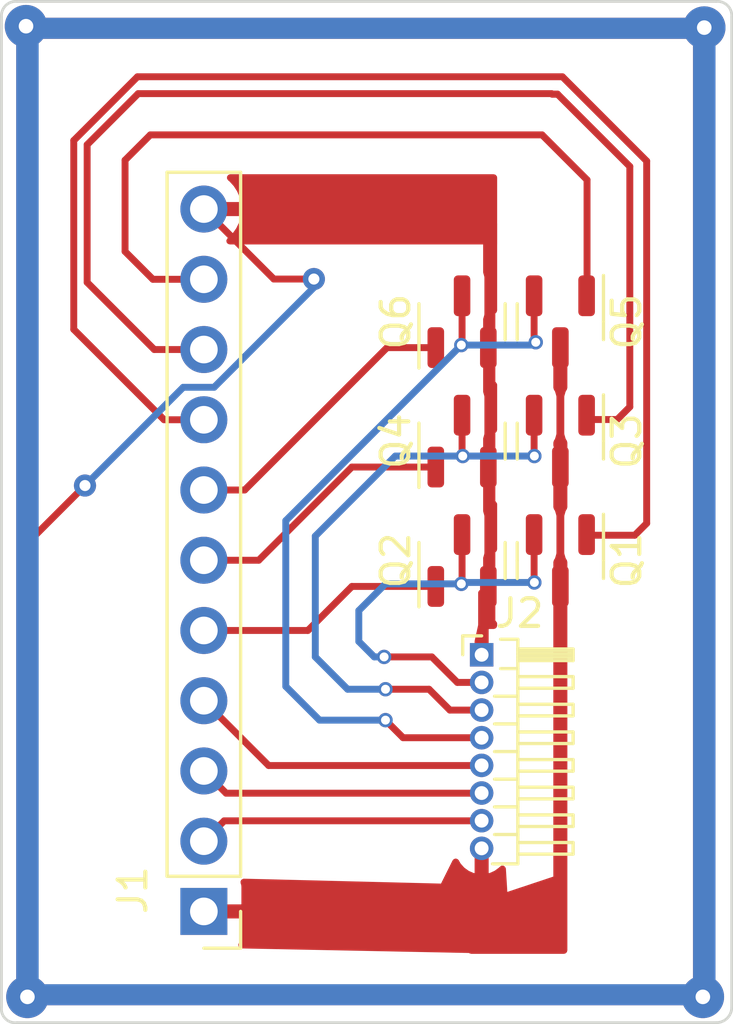
<source format=kicad_pcb>
(kicad_pcb (version 20211014) (generator pcbnew)
  (layers (0 "F.Cu" signal) (31 "B.Cu" signal) (34 "B.Paste" user) (35 "F.Paste" user) (36 "B.SilkS" user "B.Silkscreen") (37 "F.SilkS" user "F.Silkscreen") (38 "B.Mask" user) (39 "F.Mask" user) (44 "Edge.Cuts" user))
  (net 0 "")
  (net 1 "VDD_Ctrl")
  (net 2 "UHS")
  (net 3 "ULS")
  (net 4 "VHS")
  (net 5 "VLS")
  (net 6 "WHS")
  (net 7 "WLS")
  (net 8 "U")
  (net 9 "V")
  (net 10 "W")
  (net 11 "GND")
  (net 12 "HU")
  (net 13 "HV")
  (net 14 "HW")
  (footprint "Connector_PinHeader_1.00mm:PinHeader_1x08_P1.00mm_Horizontal" (layer "F.Cu") (at 144.701699 110.869603)
    (fp_text reference "J2" (at 1.375 -1.5) (layer "F.SilkS"))
    (fp_text value "Conn_01x08")
    (fp_line (start 3.31 4.79) (end 3.31 5.21) (layer "F.SilkS") (width 0.12))
    (fp_line (start 1.31 6.79) (end 3.31 6.79) (layer "F.SilkS") (width 0.12))
    (fp_line (start 3.31 2.79) (end 3.31 3.21) (layer "F.SilkS") (width 0.12))
    (fp_line (start 3.31 5.79) (end 3.31 6.21) (layer "F.SilkS") (width 0.12))
    (fp_line (start 3.31 4.21) (end 1.31 4.21) (layer "F.SilkS") (width 0.12))
    (fp_line (start 1.31 0.09) (end 3.31 0.09) (layer "F.SilkS") (width 0.12))
    (fp_line (start 1.31 1.79) (end 3.31 1.79) (layer "F.SilkS") (width 0.12))
    (fp_line (start 1.31 4.79) (end 3.31 4.79) (layer "F.SilkS") (width 0.12))
    (fp_line (start 0.685 -0.56) (end 1.31 -0.56) (layer "F.SilkS") (width 0.12))
    (fp_line (start 1.31 7.56) (end 0.394493 7.56) (layer "F.SilkS") (width 0.12))
    (fp_line (start 1.31 -0.15) (end 3.31 -0.15) (layer "F.SilkS") (width 0.12))
    (fp_line (start 0.468215 3.5) (end 1.31 3.5) (layer "F.SilkS") (width 0.12))
    (fp_line (start 0.685 0.5) (end 1.31 0.5) (layer "F.SilkS") (width 0.12))
    (fp_line (start 3.31 1.21) (end 1.31 1.21) (layer "F.SilkS") (width 0.12))
    (fp_line (start 0.468215 2.5) (end 1.31 2.5) (layer "F.SilkS") (width 0.12))
    (fp_line (start 3.31 0.21) (end 1.31 0.21) (layer "F.SilkS") (width 0.12))
    (fp_line (start 3.31 6.79) (end 3.31 7.21) (layer "F.SilkS") (width 0.12))
    (fp_line (start 1.31 3.79) (end 3.31 3.79) (layer "F.SilkS") (width 0.12))
    (fp_line (start 1.31 -0.03) (end 3.31 -0.03) (layer "F.SilkS") (width 0.12))
    (fp_line (start 3.31 1.79) (end 3.31 2.21) (layer "F.SilkS") (width 0.12))
    (fp_line (start 1.31 -0.21) (end 3.31 -0.21) (layer "F.SilkS") (width 0.12))
    (fp_line (start -0.685 0) (end -0.685 -0.685) (layer "F.SilkS") (width 0.12))
    (fp_line (start 3.31 6.21) (end 1.31 6.21) (layer "F.SilkS") (width 0.12))
    (fp_line (start -0.685 -0.685) (end 0 -0.685) (layer "F.SilkS") (width 0.12))
    (fp_line (start 3.31 3.21) (end 1.31 3.21) (layer "F.SilkS") (width 0.12))
    (fp_line (start 3.31 2.21) (end 1.31 2.21) (layer "F.SilkS") (width 0.12))
    (fp_line (start 0.468215 4.5) (end 1.31 4.5) (layer "F.SilkS") (width 0.12))
    (fp_line (start 3.31 7.21) (end 1.31 7.21) (layer "F.SilkS") (width 0.12))
    (fp_line (start 1.31 2.79) (end 3.31 2.79) (layer "F.SilkS") (width 0.12))
    (fp_line (start 3.31 0.79) (end 3.31 1.21) (layer "F.SilkS") (width 0.12))
    (fp_line (start 0.468215 1.5) (end 1.31 1.5) (layer "F.SilkS") (width 0.12))
    (fp_line (start 3.31 5.21) (end 1.31 5.21) (layer "F.SilkS") (width 0.12))
    (fp_line (start 1.31 -0.56) (end 1.31 7.56) (layer "F.SilkS") (width 0.12))
    (fp_line (start 1.31 0.79) (end 3.31 0.79) (layer "F.SilkS") (width 0.12))
    (fp_line (start 3.31 -0.21) (end 3.31 0.21) (layer "F.SilkS") (width 0.12))
    (fp_line (start 3.31 3.79) (end 3.31 4.21) (layer "F.SilkS") (width 0.12))
    (fp_line (start 0.468215 5.5) (end 1.31 5.5) (layer "F.SilkS") (width 0.12))
    (fp_line (start 0.468215 6.5) (end 1.31 6.5) (layer "F.SilkS") (width 0.12))
    (fp_line (start 1.31 5.79) (end 3.31 5.79) (layer "F.SilkS") (width 0.12))
    (pad "1" thru_hole rect (at 0 0) (size 0.85 0.85) (drill 0.5) (layers *.Cu *.Mask) (net 11 "GND"))
    (pad "2" thru_hole oval (at 0 1) (size 0.85 0.85) (drill 0.5) (layers *.Cu *.Mask) (net 8 "U"))
    (pad "3" thru_hole oval (at -0.000004 2.000003) (size 0.85 0.85) (drill 0.5) (layers *.Cu *.Mask) (net 9 "V"))
    (pad "4" thru_hole oval (at 0 3) (size 0.85 0.85) (drill 0.5) (layers *.Cu *.Mask) (net 10 "W"))
    (pad "5" thru_hole oval (at 0 4) (size 0.85 0.85) (drill 0.5) (layers *.Cu *.Mask) (net 14 "HW"))
    (pad "6" thru_hole oval (at 0 5) (size 0.85 0.85) (drill 0.5) (layers *.Cu *.Mask) (net 13 "HV"))
    (pad "7" thru_hole oval (at 0 6) (size 0.85 0.85) (drill 0.5) (layers *.Cu *.Mask) (net 12 "HU"))
    (pad "8" thru_hole oval (at 0 7) (size 0.85 0.85) (drill 0.5) (layers *.Cu *.Mask) (net 1 "VDD_Ctrl"))
  )
  (footprint "Package_TO_SOT_SMD:SOT-23" (layer "F.Cu") (at 143.993899 103.142803 90)
    (fp_text reference "Q4" (at 0 -2.4 90) (layer "F.SilkS"))
    (fp_text value "MMBF170")
    (fp_line (start 0 -1.56) (end 0.65 -1.56) (layer "F.SilkS") (width 0.12))
    (fp_line (start 0 1.56) (end -0.65 1.56) (layer "F.SilkS") (width 0.12))
    (fp_line (start 0 1.56) (end 0.65 1.56) (layer "F.SilkS") (width 0.12))
    (fp_line (start 0 -1.56) (end -1.675 -1.56) (layer "F.SilkS") (width 0.12))
    (pad "1" smd roundrect (at -0.9375 -0.95 90) (size 1.475 0.6) (layers "F.Cu" "F.Paste" "F.Mask") (net 5 "VLS"))
    (pad "2" smd roundrect (at -0.9375 0.95 90) (size 1.475 0.6) (layers "F.Cu" "F.Paste" "F.Mask") (net 11 "GND"))
    (pad "3" smd roundrect (at 0.9375 0 90) (size 1.475 0.6) (layers "F.Cu" "F.Paste" "F.Mask") (net 9 "V"))
  )
  (footprint "Connector_PinHeader_2.54mm:PinHeader_1x11_P2.54mm_Vertical" (layer "F.Cu") (at 134.652899 120.150803 180)
    (fp_text reference "J1" (at 2.572899 0.770803 270) (layer "F.SilkS"))
    (fp_text value "Conn_01x11")
    (fp_line (start -1.33 0) (end -1.33 -1.33) (layer "F.SilkS") (width 0.12))
    (fp_line (start 1.33 1.27) (end 1.33 26.73) (layer "F.SilkS") (width 0.12))
    (fp_line (start -1.33 1.27) (end 1.33 1.27) (layer "F.SilkS") (width 0.12))
    (fp_line (start -1.33 1.27) (end -1.33 26.73) (layer "F.SilkS") (width 0.12))
    (fp_line (start -1.33 26.73) (end 1.33 26.73) (layer "F.SilkS") (width 0.12))
    (fp_line (start -1.33 -1.33) (end 0 -1.33) (layer "F.SilkS") (width 0.12))
    (pad "1" thru_hole rect (at 0 0 180) (size 1.7 1.7) (drill 1) (layers *.Cu *.Mask) (net 1 "VDD_Ctrl"))
    (pad "2" thru_hole oval (at 0 2.54 180) (size 1.7 1.7) (drill 1) (layers *.Cu *.Mask) (net 12 "HU"))
    (pad "3" thru_hole oval (at 0 5.08 180) (size 1.7 1.7) (drill 1) (layers *.Cu *.Mask) (net 13 "HV"))
    (pad "4" thru_hole oval (at 0 7.62 180) (size 1.7 1.7) (drill 1) (layers *.Cu *.Mask) (net 14 "HW"))
    (pad "5" thru_hole oval (at 0 10.16 180) (size 1.7 1.7) (drill 1) (layers *.Cu *.Mask) (net 3 "ULS"))
    (pad "6" thru_hole oval (at 0 12.7 180) (size 1.7 1.7) (drill 1) (layers *.Cu *.Mask) (net 5 "VLS"))
    (pad "7" thru_hole oval (at 0 15.24 180) (size 1.7 1.7) (drill 1) (layers *.Cu *.Mask) (net 7 "WLS"))
    (pad "8" thru_hole oval (at 0 17.78 180) (size 1.7 1.7) (drill 1) (layers *.Cu *.Mask) (net 2 "UHS"))
    (pad "9" thru_hole oval (at 0 20.32 180) (size 1.7 1.7) (drill 1) (layers *.Cu *.Mask) (net 4 "VHS"))
    (pad "10" thru_hole oval (at 0 22.86 180) (size 1.7 1.7) (drill 1) (layers *.Cu *.Mask) (net 6 "WHS"))
    (pad "11" thru_hole oval (at 0 25.4 180) (size 1.7 1.7) (drill 1) (layers *.Cu *.Mask) (net 11 "GND"))
  )
  (footprint "Package_TO_SOT_SMD:SOT-23" (layer "F.Cu") (at 143.993899 107.460803 90)
    (fp_text reference "Q2" (at 0 -2.4 90) (layer "F.SilkS"))
    (fp_text value "MMBF170")
    (fp_line (start 0 -1.56) (end -1.675 -1.56) (layer "F.SilkS") (width 0.12))
    (fp_line (start 0 1.56) (end -0.65 1.56) (layer "F.SilkS") (width 0.12))
    (fp_line (start 0 1.56) (end 0.65 1.56) (layer "F.SilkS") (width 0.12))
    (fp_line (start 0 -1.56) (end 0.65 -1.56) (layer "F.SilkS") (width 0.12))
    (pad "1" smd roundrect (at -0.9375 -0.95 90) (size 1.475 0.6) (layers "F.Cu" "F.Paste" "F.Mask") (net 3 "ULS"))
    (pad "2" smd roundrect (at -0.9375 0.95 90) (size 1.475 0.6) (layers "F.Cu" "F.Paste" "F.Mask") (net 11 "GND"))
    (pad "3" smd roundrect (at 0.9375 0 90) (size 1.475 0.6) (layers "F.Cu" "F.Paste" "F.Mask") (net 8 "U"))
  )
  (footprint "Package_TO_SOT_SMD:SOT-23" (layer "F.Cu") (at 147.549899 103.142803 -90)
    (fp_text reference "Q3" (at 0 -2.4 90) (layer "F.SilkS"))
    (fp_text value "MMBF170")
    (fp_line (start 0 1.56) (end 0.65 1.56) (layer "F.SilkS") (width 0.12))
    (fp_line (start 0 -1.56) (end -1.675 -1.56) (layer "F.SilkS") (width 0.12))
    (fp_line (start 0 -1.56) (end 0.65 -1.56) (layer "F.SilkS") (width 0.12))
    (fp_line (start 0 1.56) (end -0.65 1.56) (layer "F.SilkS") (width 0.12))
    (pad "1" smd roundrect (at -0.9375 -0.95 270) (size 1.475 0.6) (layers "F.Cu" "F.Paste" "F.Mask") (net 4 "VHS"))
    (pad "2" smd roundrect (at -0.9375 0.95 270) (size 1.475 0.6) (layers "F.Cu" "F.Paste" "F.Mask") (net 9 "V"))
    (pad "3" smd roundrect (at 0.9375 0 270) (size 1.475 0.6) (layers "F.Cu" "F.Paste" "F.Mask") (net 1 "VDD_Ctrl"))
  )
  (footprint "Package_TO_SOT_SMD:SOT-23" (layer "F.Cu") (at 147.549899 98.824803 -90)
    (fp_text reference "Q5" (at 0 -2.4 90) (layer "F.SilkS"))
    (fp_text value "MMBF170")
    (fp_line (start 0 -1.56) (end -1.675 -1.56) (layer "F.SilkS") (width 0.12))
    (fp_line (start 0 1.56) (end 0.65 1.56) (layer "F.SilkS") (width 0.12))
    (fp_line (start 0 1.56) (end -0.65 1.56) (layer "F.SilkS") (width 0.12))
    (fp_line (start 0 -1.56) (end 0.65 -1.56) (layer "F.SilkS") (width 0.12))
    (pad "1" smd roundrect (at -0.9375 -0.95 270) (size 1.475 0.6) (layers "F.Cu" "F.Paste" "F.Mask") (net 6 "WHS"))
    (pad "2" smd roundrect (at -0.9375 0.95 270) (size 1.475 0.6) (layers "F.Cu" "F.Paste" "F.Mask") (net 10 "W"))
    (pad "3" smd roundrect (at 0.9375 0 270) (size 1.475 0.6) (layers "F.Cu" "F.Paste" "F.Mask") (net 1 "VDD_Ctrl"))
  )
  (footprint "Package_TO_SOT_SMD:SOT-23" (layer "F.Cu") (at 143.993899 98.824803 90)
    (fp_text reference "Q6" (at 0 -2.4 90) (layer "F.SilkS"))
    (fp_text value "MMBF170")
    (fp_line (start 0 1.56) (end 0.65 1.56) (layer "F.SilkS") (width 0.12))
    (fp_line (start 0 -1.56) (end -1.675 -1.56) (layer "F.SilkS") (width 0.12))
    (fp_line (start 0 1.56) (end -0.65 1.56) (layer "F.SilkS") (width 0.12))
    (fp_line (start 0 -1.56) (end 0.65 -1.56) (layer "F.SilkS") (width 0.12))
    (pad "1" smd roundrect (at -0.9375 -0.95 90) (size 1.475 0.6) (layers "F.Cu" "F.Paste" "F.Mask") (net 7 "WLS"))
    (pad "2" smd roundrect (at -0.9375 0.95 90) (size 1.475 0.6) (layers "F.Cu" "F.Paste" "F.Mask") (net 11 "GND"))
    (pad "3" smd roundrect (at 0.9375 0 90) (size 1.475 0.6) (layers "F.Cu" "F.Paste" "F.Mask") (net 10 "W"))
  )
  (footprint "Package_TO_SOT_SMD:SOT-23" (layer "F.Cu") (at 147.549899 107.460803 -90)
    (fp_text reference "Q1" (at 0 -2.4 90) (layer "F.SilkS"))
    (fp_text value "MMBF170")
    (fp_line (start 0 -1.56) (end -1.675 -1.56) (layer "F.SilkS") (width 0.12))
    (fp_line (start 0 -1.56) (end 0.65 -1.56) (layer "F.SilkS") (width 0.12))
    (fp_line (start 0 1.56) (end 0.65 1.56) (layer "F.SilkS") (width 0.12))
    (fp_line (start 0 1.56) (end -0.65 1.56) (layer "F.SilkS") (width 0.12))
    (pad "1" smd roundrect (at -0.9375 -0.95 270) (size 1.475 0.6) (layers "F.Cu" "F.Paste" "F.Mask") (net 2 "UHS"))
    (pad "2" smd roundrect (at -0.9375 0.95 270) (size 1.475 0.6) (layers "F.Cu" "F.Paste" "F.Mask") (net 8 "U"))
    (pad "3" smd roundrect (at 0.9375 0 270) (size 1.475 0.6) (layers "F.Cu" "F.Paste" "F.Mask") (net 1 "VDD_Ctrl"))
  )
  (gr_line (start 127.890299 87.242403) (end 153.188699 87.242403) (layer "Edge.Cuts") (width 0.1))
  (gr_line (start 153.188699 124.174003) (end 127.892603 124.174003) (layer "Edge.Cuts") (width 0.1))
  (gr_line (start 153.749803 87.801203) (end 153.749803 123.612899) (layer "Edge.Cuts") (width 0.1))
  (gr_arc (start 127.331499 87.803507) (mid 127.481074 87.393663) (end 127.890299 87.242403) (layer "Edge.Cuts") (width 0.1))
  (gr_arc (start 153.188699 87.242403) (mid 153.598538 87.391982) (end 153.749803 87.801203) (layer "Edge.Cuts") (width 0.1))
  (gr_arc (start 153.749803 123.612899) (mid 153.586636 124.010836) (end 153.188699 124.174003) (layer "Edge.Cuts") (width 0.1))
  (gr_line (start 127.331499 123.615203) (end 127.331499 87.803507) (layer "Edge.Cuts") (width 0.1))
  (gr_arc (start 127.892603 124.174003) (mid 127.475721 124.031493) (end 127.331499 123.615203) (layer "Edge.Cuts") (width 0.1))
  (segment (start 144.701699 117.869603) (end 144.701699 118.792603) (width 0.25) (layer "F.Cu") (net 1))
  (segment (start 143.343499 120.150803) (end 134.652899 120.150803) (width 0.25) (layer "F.Cu") (net 1))
  (segment (start 144.701699 118.792603) (end 143.343499 120.150803) (width 0.25) (layer "F.Cu") (net 1))
  (segment (start 129.9464 99.102904) (end 133.214299 102.370803) (width 0.25) (layer "F.Cu") (net 2))
  (segment (start 150.242299 106.546403) (end 150.6728 106.115902) (width 0.25) (layer "F.Cu") (net 2))
  (segment (start 133.214299 102.370803) (end 134.652899 102.370803) (width 0.25) (layer "F.Cu") (net 2))
  (segment (start 148.522999 106.546403) (end 150.242299 106.546403) (width 0.25) (layer "F.Cu") (net 2))
  (segment (start 129.9464 92.271506) (end 129.9464 99.102904) (width 0.25) (layer "F.Cu") (net 2))
  (segment (start 132.251106 89.9668) (end 129.9464 92.271506) (width 0.25) (layer "F.Cu") (net 2))
  (segment (start 150.6728 106.115902) (end 150.6728 93.0148) (width 0.25) (layer "F.Cu") (net 2))
  (segment (start 147.6248 89.9668) (end 132.251106 89.9668) (width 0.25) (layer "F.Cu") (net 2))
  (segment (start 150.6728 93.0148) (end 147.6248 89.9668) (width 0.25) (layer "F.Cu") (net 2))
  (segment (start 148.499899 106.523303) (end 148.522999 106.546403) (width 0.25) (layer "F.Cu") (net 2))
  (segment (start 138.415899 109.990803) (end 140.008399 108.398303) (width 0.25) (layer "F.Cu") (net 3))
  (segment (start 134.652899 109.990803) (end 138.415899 109.990803) (width 0.25) (layer "F.Cu") (net 3))
  (segment (start 140.008399 108.398303) (end 143.043899 108.398303) (width 0.25) (layer "F.Cu") (net 3))
  (segment (start 132.858699 99.830803) (end 130.430299 97.402403) (width 0.25) (layer "F.Cu") (net 4))
  (segment (start 150.0632 93.211403) (end 147.447 90.595203) (width 0.25) (layer "F.Cu") (net 4))
  (segment (start 148.499899 102.205303) (end 148.656596 102.362) (width 0.25) (layer "F.Cu") (net 4))
  (segment (start 147.231608 90.5764) (end 147.250404 90.595196) (width 0.25) (layer "F.Cu") (net 4))
  (segment (start 147.250397 90.595203) (end 147.448299 90.595203) (width 0.25) (layer "F.Cu") (net 4))
  (segment (start 130.430299 92.424003) (end 132.259099 90.595203) (width 0.25) (layer "F.Cu") (net 4))
  (segment (start 132.277891 90.5764) (end 147.231608 90.5764) (width 0.25) (layer "F.Cu") (net 4))
  (segment (start 130.430299 97.402403) (end 130.430299 92.424003) (width 0.25) (layer "F.Cu") (net 4))
  (segment (start 147.447 90.595203) (end 147.250397 90.595203) (width 0.25) (layer "F.Cu") (net 4))
  (segment (start 148.656596 102.362) (end 149.606 102.362) (width 0.25) (layer "F.Cu") (net 4))
  (segment (start 132.259095 90.595196) (end 132.277891 90.5764) (width 0.25) (layer "F.Cu") (net 4))
  (segment (start 134.652899 99.830803) (end 132.858699 99.830803) (width 0.25) (layer "F.Cu") (net 4))
  (segment (start 150.0632 101.9048) (end 150.0632 93.211403) (width 0.25) (layer "F.Cu") (net 4))
  (segment (start 149.606 102.362) (end 150.0632 101.9048) (width 0.25) (layer "F.Cu") (net 4))
  (segment (start 140.008399 104.080303) (end 143.043899 104.080303) (width 0.25) (layer "F.Cu") (net 5))
  (segment (start 136.637899 107.450803) (end 140.008399 104.080303) (width 0.25) (layer "F.Cu") (net 5))
  (segment (start 134.652899 107.450803) (end 136.637899 107.450803) (width 0.25) (layer "F.Cu") (net 5))
  (segment (start 134.652899 97.290803) (end 132.807899 97.290803) (width 0.25) (layer "F.Cu") (net 6))
  (segment (start 131.801899 96.284803) (end 131.801899 92.982803) (width 0.25) (layer "F.Cu") (net 6))
  (segment (start 148.515099 93.694003) (end 148.515099 97.872103) (width 0.25) (layer "F.Cu") (net 6))
  (segment (start 132.716299 92.068403) (end 146.889499 92.068403) (width 0.25) (layer "F.Cu") (net 6))
  (segment (start 146.889499 92.068403) (end 148.515099 93.694003) (width 0.25) (layer "F.Cu") (net 6))
  (segment (start 132.807899 97.290803) (end 131.801899 96.284803) (width 0.25) (layer "F.Cu") (net 6))
  (segment (start 148.515099 97.872103) (end 148.499899 97.887303) (width 0.25) (layer "F.Cu") (net 6))
  (segment (start 131.801899 92.982803) (end 132.716299 92.068403) (width 0.25) (layer "F.Cu") (net 6))
  (segment (start 136.129899 104.910803) (end 141.278399 99.762303) (width 0.25) (layer "F.Cu") (net 7))
  (segment (start 141.278399 99.762303) (end 143.043899 99.762303) (width 0.25) (layer "F.Cu") (net 7))
  (segment (start 134.652899 104.910803) (end 136.129899 104.910803) (width 0.25) (layer "F.Cu") (net 7))
  (segment (start 143.822803 111.869603) (end 144.701699 111.869603) (width 0.25) (layer "F.Cu") (net 8))
  (segment (start 143.993899 106.523303) (end 143.993899 108.278901) (width 0.25) (layer "F.Cu") (net 8))
  (segment (start 143.993899 108.278901) (end 143.9672 108.3056) (width 0.25) (layer "F.Cu") (net 8))
  (segment (start 141.1732 110.9472) (end 142.9004 110.9472) (width 0.25) (layer "F.Cu") (net 8))
  (segment (start 146.599899 108.245899) (end 146.6088 108.2548) (width 0.25) (layer "F.Cu") (net 8))
  (segment (start 146.599899 106.523303) (end 146.599899 108.245899) (width 0.25) (layer "F.Cu") (net 8))
  (segment (start 142.9004 110.9472) (end 143.822803 111.869603) (width 0.25) (layer "F.Cu") (net 8))
  (via (at 143.9672 108.3056) (size 0.5206) (drill 0.3238) (layers "F.Cu" "B.Cu") (net 8))
  (via (at 146.6088 108.2548) (size 0.5206) (drill 0.3238) (layers "F.Cu" "B.Cu") (net 8))
  (via (at 141.1732 110.9472) (size 0.5206) (drill 0.3238) (layers "F.Cu" "B.Cu") (net 8))
  (segment (start 143.9672 108.3056) (end 144.018 108.2548) (width 0.25) (layer "B.Cu") (net 8))
  (segment (start 144.018 108.2548) (end 146.6088 108.2548) (width 0.25) (layer "B.Cu") (net 8))
  (segment (start 141.224 108.3056) (end 140.2588 109.2708) (width 0.25) (layer "B.Cu") (net 8))
  (segment (start 140.8176 110.9472) (end 141.1732 110.9472) (width 0.25) (layer "B.Cu") (net 8))
  (segment (start 143.9672 108.3056) (end 141.224 108.3056) (width 0.25) (layer "B.Cu") (net 8))
  (segment (start 140.2588 110.3884) (end 140.8176 110.9472) (width 0.25) (layer "B.Cu") (net 8))
  (segment (start 140.2588 109.2708) (end 140.2588 110.3884) (width 0.25) (layer "B.Cu") (net 8))
  (segment (start 142.7988 112.1156) (end 143.552806 112.869606) (width 0.25) (layer "F.Cu") (net 9))
  (segment (start 143.552806 112.869606) (end 144.701695 112.869606) (width 0.25) (layer "F.Cu") (net 9))
  (segment (start 141.224 112.1156) (end 142.7988 112.1156) (width 0.25) (layer "F.Cu") (net 9))
  (segment (start 146.599899 103.673899) (end 146.6088 103.6828) (width 0.25) (layer "F.Cu") (net 9))
  (segment (start 146.599899 102.205303) (end 146.599899 103.673899) (width 0.25) (layer "F.Cu") (net 9))
  (segment (start 143.993899 103.658699) (end 144.018 103.6828) (width 0.25) (layer "F.Cu") (net 9))
  (segment (start 143.993899 102.205303) (end 143.993899 103.658699) (width 0.25) (layer "F.Cu") (net 9))
  (via (at 144.018 103.6828) (size 0.5206) (drill 0.3238) (layers "F.Cu" "B.Cu") (net 9))
  (via (at 146.6088 103.6828) (size 0.5206) (drill 0.3238) (layers "F.Cu" "B.Cu") (net 9))
  (via (at 141.224 112.1156) (size 0.5206) (drill 0.3238) (layers "F.Cu" "B.Cu") (net 9))
  (segment (start 138.684 110.9472) (end 139.8524 112.1156) (width 0.25) (layer "B.Cu") (net 9))
  (segment (start 144.018 103.6828) (end 141.5796 103.6828) (width 0.25) (layer "B.Cu") (net 9))
  (segment (start 138.684 106.5784) (end 138.684 110.9472) (width 0.25) (layer "B.Cu") (net 9))
  (segment (start 144.018 103.6828) (end 146.6088 103.6828) (width 0.25) (layer "B.Cu") (net 9))
  (segment (start 141.5796 103.6828) (end 138.684 106.5784) (width 0.25) (layer "B.Cu") (net 9))
  (segment (start 139.8524 112.1156) (end 141.224 112.1156) (width 0.25) (layer "B.Cu") (net 9))
  (segment (start 143.993899 97.887303) (end 143.993899 99.642901) (width 0.25) (layer "F.Cu") (net 10))
  (segment (start 146.599899 99.508299) (end 146.6596 99.568) (width 0.25) (layer "F.Cu") (net 10))
  (segment (start 141.860403 113.869603) (end 144.701699 113.869603) (width 0.25) (layer "F.Cu") (net 10))
  (segment (start 143.993899 99.642901) (end 143.9672 99.6696) (width 0.25) (layer "F.Cu") (net 10))
  (segment (start 146.599899 97.887303) (end 146.599899 99.508299) (width 0.25) (layer "F.Cu") (net 10))
  (segment (start 141.224 113.2332) (end 141.860403 113.869603) (width 0.25) (layer "F.Cu") (net 10))
  (via (at 141.224 113.2332) (size 0.5206) (drill 0.3238) (layers "F.Cu" "B.Cu") (net 10))
  (via (at 143.9672 99.6696) (size 0.5206) (drill 0.3238) (layers "F.Cu" "B.Cu") (net 10))
  (via (at 146.6596 99.568) (size 0.5206) (drill 0.3238) (layers "F.Cu" "B.Cu") (net 10))
  (segment (start 137.6172 112.014) (end 138.8364 113.2332) (width 0.25) (layer "B.Cu") (net 10))
  (segment (start 146.558 99.6696) (end 146.6596 99.568) (width 0.25) (layer "B.Cu") (net 10))
  (segment (start 143.9672 99.6696) (end 137.6172 106.0196) (width 0.25) (layer "B.Cu") (net 10))
  (segment (start 137.6172 106.0196) (end 137.6172 112.014) (width 0.25) (layer "B.Cu") (net 10))
  (segment (start 143.9672 99.6696) (end 146.558 99.6696) (width 0.25) (layer "B.Cu") (net 10))
  (segment (start 138.8364 113.2332) (end 141.224 113.2332) (width 0.25) (layer "B.Cu") (net 10))
  (segment (start 130.3528 104.7496) (end 128.27 106.8324) (width 0.25) (layer "F.Cu") (net 11))
  (segment (start 144.701699 108.640503) (end 144.943899 108.398303) (width 0.25) (layer "F.Cu") (net 11))
  (segment (start 137.184096 97.282) (end 138.6332 97.282) (width 0.25) (layer "F.Cu") (net 11))
  (segment (start 144.701699 110.869603) (end 144.701699 108.640503) (width 0.25) (layer "F.Cu") (net 11))
  (segment (start 134.652899 94.750803) (end 137.184096 97.282) (width 0.25) (layer "F.Cu") (net 11))
  (segment (start 128.27 106.8324) (end 128.27 123.2408) (width 0.25) (layer "F.Cu") (net 11))
  (via (at 152.7048 123.2408) (size 1.5366) (drill 0.527) (layers "F.Cu" "B.Cu") (net 11))
  (via (at 152.7556 88.1888) (size 1.5366) (drill 0.527) (layers "F.Cu" "B.Cu") (net 11))
  (via (at 130.3528 104.7496) (size 0.8) (drill 0.4) (layers "F.Cu" "B.Cu") (net 11))
  (via (at 128.2192 88.138) (size 1.5366) (drill 0.527) (layers "F.Cu" "B.Cu") (net 11))
  (via (at 138.6332 97.282) (size 0.8) (drill 0.4) (layers "F.Cu" "B.Cu") (net 11))
  (via (at 128.27 123.2408) (size 1.5366) (drill 0.527) (layers "F.Cu" "B.Cu") (net 11))
  (segment (start 138.6332 97.5868) (end 135.024197 101.195803) (width 0.25) (layer "B.Cu") (net 11))
  (segment (start 135.024197 101.195803) (end 133.906597 101.195803) (width 0.25) (layer "B.Cu") (net 11))
  (segment (start 138.6332 97.282) (end 138.6332 97.5868) (width 0.25) (layer "B.Cu") (net 11))
  (segment (start 133.906597 101.195803) (end 130.3528 104.7496) (width 0.25) (layer "B.Cu") (net 11))
  (segment (start 144.755899 116.874803) (end 135.388899 116.874803) (width 0.25) (layer "F.Cu") (net 12))
  (segment (start 135.388899 116.874803) (end 134.652899 117.610803) (width 0.25) (layer "F.Cu") (net 12))
  (segment (start 144.755903 115.8748) (end 135.456896 115.8748) (width 0.25) (layer "F.Cu") (net 13))
  (segment (start 135.456896 115.8748) (end 134.652899 115.070803) (width 0.25) (layer "F.Cu") (net 13))
  (segment (start 144.755899 114.874803) (end 136.996899 114.874803) (width 0.25) (layer "F.Cu") (net 14))
  (segment (start 136.996899 114.874803) (end 134.652899 112.530803) (width 0.25) (layer "F.Cu") (net 14))
  (zone (net 11) (net_name "GND") (layers F&B.Cu) (connect_pads (clearance 0.508)) (min_thickness 0.254) (fill yes (thermal_gap 0.508) (thermal_bridge_width 0.508))
    (polygon (pts (xy 153.162 123.5964) (xy 152.3492 123.5964) (xy 152.3492 87.7316) (xy 153.162 87.7316)))
  )
  (zone (net 11) (net_name "GND") (layer "F.Cu") (connect_pads (clearance 0.508)) (min_thickness 0.254) (fill yes (thermal_gap 0.508) (thermal_bridge_width 0.508))
    (polygon (pts (xy 145.263899 111.270803) (xy 144.247899 111.270803) (xy 144.755899 108.984803) (xy 144.755899 95.776803) (xy 145.263899 95.268803)))
  )
  (zone (net 1) (net_name "VDD_Ctrl") (layer "F.Cu") (connect_pads (clearance 0.508)) (min_thickness 0.254) (fill yes (thermal_gap 0.508) (thermal_bridge_width 0.508))
    (polygon (pts (xy 145.771899 121.684803) (xy 133.071899 121.430803) (xy 133.071899 118.890803) (xy 143.231899 119.144803) (xy 143.993899 117.620803) (xy 145.517899 117.620803)))
  )
  (zone (net 11) (net_name "GND") (layers F&B.Cu) (connect_pads (clearance 0.508)) (min_thickness 0.254) (fill yes (thermal_gap 0.508) (thermal_bridge_width 0.508))
    (polygon (pts (xy 153.2636 88.5952) (xy 127.8636 88.5952) (xy 127.8636 87.8332) (xy 153.2636 87.8332)))
  )
  (zone (net 11) (net_name "GND") (layer "F.Cu") (connect_pads (clearance 0.508)) (min_thickness 0.254) (fill yes (thermal_gap 0.508) (thermal_bridge_width 0.508))
    (polygon (pts (xy 145.263899 96.030803) (xy 133.579899 96.030803) (xy 133.579899 93.490803) (xy 145.263899 93.490803)))
  )
  (zone (net 1) (net_name "VDD_Ctrl") (layer "F.Cu") (connect_pads (clearance 0.508)) (min_thickness 0.254) (fill yes (thermal_gap 0.508) (thermal_bridge_width 0.508))
    (polygon (pts (xy 147.803899 121.684803) (xy 144.247899 121.684803) (xy 144.247899 119.906803) (xy 147.295899 118.890803) (xy 147.295899 98.824803) (xy 147.803899 98.824803)))
  )
  (zone (net 11) (net_name "GND") (layers F&B.Cu) (connect_pads (clearance 0.508)) (min_thickness 0.254) (fill yes (thermal_gap 0.508) (thermal_bridge_width 0.508))
    (polygon (pts (xy 128.6764 123.7488) (xy 127.8636 123.7488) (xy 127.8636 87.6808) (xy 128.6764 87.6808)))
  )
  (zone (net 11) (net_name "GND") (layers F&B.Cu) (connect_pads (clearance 0.508)) (min_thickness 0.254) (fill yes (thermal_gap 0.508) (thermal_bridge_width 0.508))
    (polygon (pts (xy 153.1112 123.5456) (xy 127.762 123.5456) (xy 127.762 122.7836) (xy 153.1112 122.7836)))
  )
)
</source>
